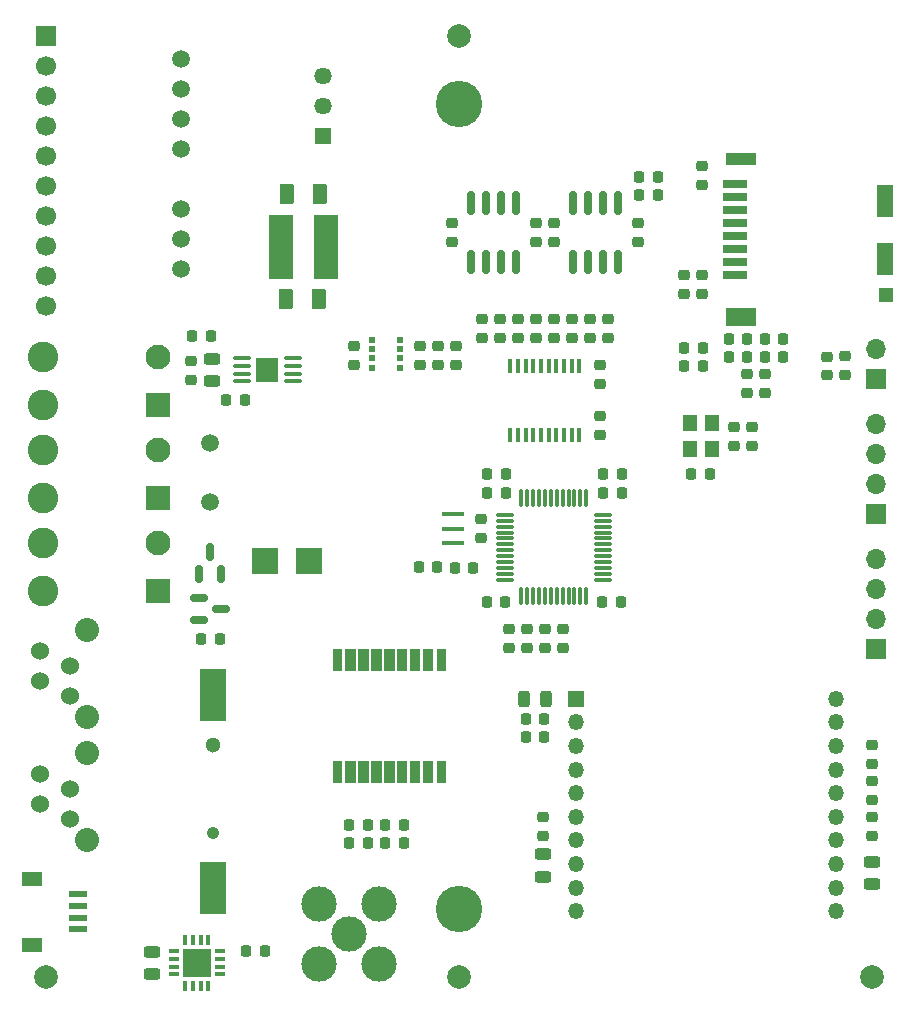
<source format=gbr>
%TF.GenerationSoftware,KiCad,Pcbnew,9.0.1*%
%TF.CreationDate,2025-06-11T13:29:21-05:00*%
%TF.ProjectId,Digital_PCB,44696769-7461-46c5-9f50-43422e6b6963,2.0*%
%TF.SameCoordinates,Original*%
%TF.FileFunction,Soldermask,Top*%
%TF.FilePolarity,Negative*%
%FSLAX46Y46*%
G04 Gerber Fmt 4.6, Leading zero omitted, Abs format (unit mm)*
G04 Created by KiCad (PCBNEW 9.0.1) date 2025-06-11 13:29:21*
%MOMM*%
%LPD*%
G01*
G04 APERTURE LIST*
G04 Aperture macros list*
%AMRoundRect*
0 Rectangle with rounded corners*
0 $1 Rounding radius*
0 $2 $3 $4 $5 $6 $7 $8 $9 X,Y pos of 4 corners*
0 Add a 4 corners polygon primitive as box body*
4,1,4,$2,$3,$4,$5,$6,$7,$8,$9,$2,$3,0*
0 Add four circle primitives for the rounded corners*
1,1,$1+$1,$2,$3*
1,1,$1+$1,$4,$5*
1,1,$1+$1,$6,$7*
1,1,$1+$1,$8,$9*
0 Add four rect primitives between the rounded corners*
20,1,$1+$1,$2,$3,$4,$5,0*
20,1,$1+$1,$4,$5,$6,$7,0*
20,1,$1+$1,$6,$7,$8,$9,0*
20,1,$1+$1,$8,$9,$2,$3,0*%
G04 Aperture macros list end*
%ADD10C,0.010000*%
%ADD11RoundRect,0.218750X0.256250X-0.218750X0.256250X0.218750X-0.256250X0.218750X-0.256250X-0.218750X0*%
%ADD12RoundRect,0.218750X-0.256250X0.218750X-0.256250X-0.218750X0.256250X-0.218750X0.256250X0.218750X0*%
%ADD13RoundRect,0.218750X-0.218750X-0.256250X0.218750X-0.256250X0.218750X0.256250X-0.218750X0.256250X0*%
%ADD14C,3.937000*%
%ADD15RoundRect,0.243750X0.456250X-0.243750X0.456250X0.243750X-0.456250X0.243750X-0.456250X-0.243750X0*%
%ADD16RoundRect,0.100000X-0.625000X-0.100000X0.625000X-0.100000X0.625000X0.100000X-0.625000X0.100000X0*%
%ADD17R,1.950000X2.150000*%
%ADD18C,1.500000*%
%ADD19RoundRect,0.218750X0.218750X0.256250X-0.218750X0.256250X-0.218750X-0.256250X0.218750X-0.256250X0*%
%ADD20RoundRect,0.250000X0.375000X0.625000X-0.375000X0.625000X-0.375000X-0.625000X0.375000X-0.625000X0*%
%ADD21R,1.800000X1.200000*%
%ADD22R,1.550000X0.600000*%
%ADD23RoundRect,0.150000X0.150000X-0.825000X0.150000X0.825000X-0.150000X0.825000X-0.150000X-0.825000X0*%
%ADD24R,1.700000X1.700000*%
%ADD25O,1.700000X1.700000*%
%ADD26R,0.304800X0.863600*%
%ADD27R,0.863600X0.304800*%
%ADD28R,2.438400X2.438400*%
%ADD29C,2.000000*%
%ADD30RoundRect,0.076200X-0.200000X-0.200000X0.200000X-0.200000X0.200000X0.200000X-0.200000X0.200000X0*%
%ADD31RoundRect,0.075000X-0.662500X-0.075000X0.662500X-0.075000X0.662500X0.075000X-0.662500X0.075000X0*%
%ADD32RoundRect,0.075000X-0.075000X-0.662500X0.075000X-0.662500X0.075000X0.662500X-0.075000X0.662500X0*%
%ADD33R,2.184400X2.184400*%
%ADD34C,1.700000*%
%ADD35R,2.000000X0.700000*%
%ADD36R,1.400000X2.700000*%
%ADD37R,2.600000X1.000000*%
%ADD38R,2.600000X1.500000*%
%ADD39R,1.200000X1.200000*%
%ADD40C,1.050000*%
%ADD41C,1.300000*%
%ADD42R,2.300000X4.500000*%
%ADD43RoundRect,0.150000X-0.587500X-0.150000X0.587500X-0.150000X0.587500X0.150000X-0.587500X0.150000X0*%
%ADD44C,2.600000*%
%ADD45RoundRect,0.249900X-0.800100X0.800100X-0.800100X-0.800100X0.800100X-0.800100X0.800100X0.800100X0*%
%ADD46C,2.100000*%
%ADD47R,2.150000X5.500000*%
%ADD48C,3.000000*%
%ADD49RoundRect,0.250000X-0.375000X-0.625000X0.375000X-0.625000X0.375000X0.625000X-0.375000X0.625000X0*%
%ADD50C,2.032000*%
%ADD51C,1.524000*%
%ADD52R,1.468000X1.468000*%
%ADD53C,1.468000*%
%ADD54R,1.900000X0.400000*%
%ADD55RoundRect,0.243750X0.243750X0.456250X-0.243750X0.456250X-0.243750X-0.456250X0.243750X-0.456250X0*%
%ADD56C,1.509000*%
%ADD57R,1.350000X1.350000*%
%ADD58O,1.350000X1.350000*%
%ADD59R,0.355600X1.308100*%
%ADD60R,1.193800X1.397000*%
%ADD61RoundRect,0.150000X0.150000X-0.587500X0.150000X0.587500X-0.150000X0.587500X-0.150000X-0.587500X0*%
G04 APERTURE END LIST*
D10*
%TO.C,U11*%
X135396000Y-113879000D02*
X134696000Y-113879000D01*
X134696000Y-112079000D01*
X135396000Y-112079000D01*
X135396000Y-113879000D01*
G36*
X135396000Y-113879000D02*
G01*
X134696000Y-113879000D01*
X134696000Y-112079000D01*
X135396000Y-112079000D01*
X135396000Y-113879000D01*
G37*
X135396000Y-123379000D02*
X134696000Y-123379000D01*
X134696000Y-121579000D01*
X135396000Y-121579000D01*
X135396000Y-123379000D01*
G36*
X135396000Y-123379000D02*
G01*
X134696000Y-123379000D01*
X134696000Y-121579000D01*
X135396000Y-121579000D01*
X135396000Y-123379000D01*
G37*
X136546000Y-113879000D02*
X135746000Y-113879000D01*
X135746000Y-112079000D01*
X136546000Y-112079000D01*
X136546000Y-113879000D01*
G36*
X136546000Y-113879000D02*
G01*
X135746000Y-113879000D01*
X135746000Y-112079000D01*
X136546000Y-112079000D01*
X136546000Y-113879000D01*
G37*
X136546000Y-123379000D02*
X135746000Y-123379000D01*
X135746000Y-121579000D01*
X136546000Y-121579000D01*
X136546000Y-123379000D01*
G36*
X136546000Y-123379000D02*
G01*
X135746000Y-123379000D01*
X135746000Y-121579000D01*
X136546000Y-121579000D01*
X136546000Y-123379000D01*
G37*
X137646000Y-113879000D02*
X136846000Y-113879000D01*
X136846000Y-112079000D01*
X137646000Y-112079000D01*
X137646000Y-113879000D01*
G36*
X137646000Y-113879000D02*
G01*
X136846000Y-113879000D01*
X136846000Y-112079000D01*
X137646000Y-112079000D01*
X137646000Y-113879000D01*
G37*
X137646000Y-123379000D02*
X136846000Y-123379000D01*
X136846000Y-121579000D01*
X137646000Y-121579000D01*
X137646000Y-123379000D01*
G36*
X137646000Y-123379000D02*
G01*
X136846000Y-123379000D01*
X136846000Y-121579000D01*
X137646000Y-121579000D01*
X137646000Y-123379000D01*
G37*
X138746000Y-113879000D02*
X137946000Y-113879000D01*
X137946000Y-112079000D01*
X138746000Y-112079000D01*
X138746000Y-113879000D01*
G36*
X138746000Y-113879000D02*
G01*
X137946000Y-113879000D01*
X137946000Y-112079000D01*
X138746000Y-112079000D01*
X138746000Y-113879000D01*
G37*
X138746000Y-123379000D02*
X137946000Y-123379000D01*
X137946000Y-121579000D01*
X138746000Y-121579000D01*
X138746000Y-123379000D01*
G36*
X138746000Y-123379000D02*
G01*
X137946000Y-123379000D01*
X137946000Y-121579000D01*
X138746000Y-121579000D01*
X138746000Y-123379000D01*
G37*
X139846000Y-113879000D02*
X139046000Y-113879000D01*
X139046000Y-112079000D01*
X139846000Y-112079000D01*
X139846000Y-113879000D01*
G36*
X139846000Y-113879000D02*
G01*
X139046000Y-113879000D01*
X139046000Y-112079000D01*
X139846000Y-112079000D01*
X139846000Y-113879000D01*
G37*
X139846000Y-123379000D02*
X139046000Y-123379000D01*
X139046000Y-121579000D01*
X139846000Y-121579000D01*
X139846000Y-123379000D01*
G36*
X139846000Y-123379000D02*
G01*
X139046000Y-123379000D01*
X139046000Y-121579000D01*
X139846000Y-121579000D01*
X139846000Y-123379000D01*
G37*
X140946000Y-113879000D02*
X140146000Y-113879000D01*
X140146000Y-112079000D01*
X140946000Y-112079000D01*
X140946000Y-113879000D01*
G36*
X140946000Y-113879000D02*
G01*
X140146000Y-113879000D01*
X140146000Y-112079000D01*
X140946000Y-112079000D01*
X140946000Y-113879000D01*
G37*
X140946000Y-123379000D02*
X140146000Y-123379000D01*
X140146000Y-121579000D01*
X140946000Y-121579000D01*
X140946000Y-123379000D01*
G36*
X140946000Y-123379000D02*
G01*
X140146000Y-123379000D01*
X140146000Y-121579000D01*
X140946000Y-121579000D01*
X140946000Y-123379000D01*
G37*
X142046000Y-113879000D02*
X141246000Y-113879000D01*
X141246000Y-112079000D01*
X142046000Y-112079000D01*
X142046000Y-113879000D01*
G36*
X142046000Y-113879000D02*
G01*
X141246000Y-113879000D01*
X141246000Y-112079000D01*
X142046000Y-112079000D01*
X142046000Y-113879000D01*
G37*
X142046000Y-123379000D02*
X141246000Y-123379000D01*
X141246000Y-121579000D01*
X142046000Y-121579000D01*
X142046000Y-123379000D01*
G36*
X142046000Y-123379000D02*
G01*
X141246000Y-123379000D01*
X141246000Y-121579000D01*
X142046000Y-121579000D01*
X142046000Y-123379000D01*
G37*
X143146000Y-113879000D02*
X142346000Y-113879000D01*
X142346000Y-112079000D01*
X143146000Y-112079000D01*
X143146000Y-113879000D01*
G36*
X143146000Y-113879000D02*
G01*
X142346000Y-113879000D01*
X142346000Y-112079000D01*
X143146000Y-112079000D01*
X143146000Y-113879000D01*
G37*
X143146000Y-123379000D02*
X142346000Y-123379000D01*
X142346000Y-121579000D01*
X143146000Y-121579000D01*
X143146000Y-123379000D01*
G36*
X143146000Y-123379000D02*
G01*
X142346000Y-123379000D01*
X142346000Y-121579000D01*
X143146000Y-121579000D01*
X143146000Y-123379000D01*
G37*
X144196000Y-113879000D02*
X143496000Y-113879000D01*
X143496000Y-112079000D01*
X144196000Y-112079000D01*
X144196000Y-113879000D01*
G36*
X144196000Y-113879000D02*
G01*
X143496000Y-113879000D01*
X143496000Y-112079000D01*
X144196000Y-112079000D01*
X144196000Y-113879000D01*
G37*
X144196000Y-123379000D02*
X143496000Y-123379000D01*
X143496000Y-121579000D01*
X144196000Y-121579000D01*
X144196000Y-123379000D01*
G36*
X144196000Y-123379000D02*
G01*
X143496000Y-123379000D01*
X143496000Y-121579000D01*
X144196000Y-121579000D01*
X144196000Y-123379000D01*
G37*
%TD*%
D11*
%TO.C,R26*%
X153416000Y-85750500D03*
X153416000Y-84175500D03*
%TD*%
D12*
%TO.C,R3*%
X145161000Y-86461500D03*
X145161000Y-88036500D03*
%TD*%
D13*
%TO.C,R8*%
X145028701Y-105219500D03*
X146603701Y-105219500D03*
%TD*%
D14*
%TO.C,H1*%
X145380000Y-134108000D03*
%TD*%
D11*
%TO.C,R32*%
X168656000Y-94894500D03*
X168656000Y-93319500D03*
%TD*%
D15*
%TO.C,C8*%
X124460000Y-89456500D03*
X124460000Y-87581500D03*
%TD*%
D11*
%TO.C,R29*%
X154940000Y-85750500D03*
X154940000Y-84175500D03*
%TD*%
D16*
%TO.C,U3*%
X127009000Y-87512000D03*
X127009000Y-88162000D03*
X127009000Y-88812000D03*
X127009000Y-89462000D03*
X131309000Y-89462000D03*
X131309000Y-88812000D03*
X131309000Y-88162000D03*
X131309000Y-87512000D03*
D17*
X129159000Y-88487000D03*
%TD*%
D15*
%TO.C,D3*%
X152527000Y-131391900D03*
X152527000Y-129516900D03*
%TD*%
D18*
%TO.C,F1*%
X124318000Y-94655000D03*
X124318000Y-99655000D03*
%TD*%
D19*
%TO.C,R22*%
X127279500Y-91059000D03*
X125704500Y-91059000D03*
%TD*%
D11*
%TO.C,R21*%
X122682000Y-89306500D03*
X122682000Y-87731500D03*
%TD*%
D20*
%TO.C,C6*%
X133523400Y-82505800D03*
X130723400Y-82505800D03*
%TD*%
D19*
%TO.C,C1*%
X159100501Y-108115100D03*
X157525501Y-108115100D03*
%TD*%
D11*
%TO.C,C16*%
X160528000Y-77622500D03*
X160528000Y-76047500D03*
%TD*%
D13*
%TO.C,R17*%
X171272000Y-85852000D03*
X172847000Y-85852000D03*
%TD*%
D19*
%TO.C,R12*%
X166014500Y-88138000D03*
X164439500Y-88138000D03*
%TD*%
D12*
%TO.C,C5*%
X178054000Y-87350500D03*
X178054000Y-88925500D03*
%TD*%
D21*
%TO.C,J4*%
X109275000Y-137166000D03*
X109275000Y-131566000D03*
D22*
X113150000Y-132866000D03*
X113150000Y-133866000D03*
X113150000Y-134866000D03*
X113150000Y-135866000D03*
%TD*%
D23*
%TO.C,U7*%
X146431000Y-79310000D03*
X147701000Y-79310000D03*
X148971000Y-79310000D03*
X150241000Y-79310000D03*
X150241000Y-74360000D03*
X148971000Y-74360000D03*
X147701000Y-74360000D03*
X146431000Y-74360000D03*
%TD*%
D24*
%TO.C,J8*%
X180721000Y-100711000D03*
D25*
X180721000Y-98171000D03*
X180721000Y-95631000D03*
X180721000Y-93091000D03*
%TD*%
D26*
%TO.C,U9*%
X122215001Y-140627100D03*
X122864999Y-140627100D03*
X123515001Y-140627100D03*
X124164999Y-140627100D03*
D27*
X125133100Y-139658999D03*
X125133100Y-139009001D03*
X125133100Y-138358999D03*
X125133100Y-137709001D03*
D26*
X124164999Y-136740900D03*
X123515001Y-136740900D03*
X122864999Y-136740900D03*
X122215001Y-136740900D03*
D27*
X121246900Y-137709001D03*
X121246900Y-138358999D03*
X121246900Y-139009001D03*
X121246900Y-139658999D03*
D28*
X123190000Y-138684000D03*
%TD*%
D19*
%TO.C,C11*%
X166649500Y-97282000D03*
X165074500Y-97282000D03*
%TD*%
D29*
%TO.C,FID4*%
X180338500Y-139863100D03*
%TD*%
D30*
%TO.C,U6*%
X140425000Y-85922000D03*
X140425000Y-86722000D03*
X140425000Y-87522000D03*
X140425000Y-88322000D03*
X138025000Y-88322000D03*
X138025000Y-87522000D03*
X138025000Y-86722000D03*
X138025000Y-85922000D03*
%TD*%
D31*
%TO.C,U1*%
X149253500Y-100755000D03*
X149253500Y-101255000D03*
X149253500Y-101755000D03*
X149253500Y-102255000D03*
X149253500Y-102755000D03*
X149253500Y-103255000D03*
X149253500Y-103755000D03*
X149253500Y-104255000D03*
X149253500Y-104755000D03*
X149253500Y-105255000D03*
X149253500Y-105755000D03*
X149253500Y-106255000D03*
D32*
X150666000Y-107667500D03*
X151166000Y-107667500D03*
X151666000Y-107667500D03*
X152166000Y-107667500D03*
X152666000Y-107667500D03*
X153166000Y-107667500D03*
X153666000Y-107667500D03*
X154166000Y-107667500D03*
X154666000Y-107667500D03*
X155166000Y-107667500D03*
X155666000Y-107667500D03*
X156166000Y-107667500D03*
D31*
X157578500Y-106255000D03*
X157578500Y-105755000D03*
X157578500Y-105255000D03*
X157578500Y-104755000D03*
X157578500Y-104255000D03*
X157578500Y-103755000D03*
X157578500Y-103255000D03*
X157578500Y-102755000D03*
X157578500Y-102255000D03*
X157578500Y-101755000D03*
X157578500Y-101255000D03*
X157578500Y-100755000D03*
D32*
X156166000Y-99342500D03*
X155666000Y-99342500D03*
X155166000Y-99342500D03*
X154666000Y-99342500D03*
X154166000Y-99342500D03*
X153666000Y-99342500D03*
X153166000Y-99342500D03*
X152666000Y-99342500D03*
X152166000Y-99342500D03*
X151666000Y-99342500D03*
X151166000Y-99342500D03*
X150666000Y-99342500D03*
%TD*%
D33*
%TO.C,D2*%
X128955800Y-104648000D03*
X132664200Y-104648000D03*
%TD*%
D24*
%TO.C,J2*%
X110420000Y-60198000D03*
D34*
X110420000Y-62738000D03*
X110420000Y-65278000D03*
X110420000Y-67818000D03*
X110420000Y-70358000D03*
X110420000Y-72898000D03*
X110420000Y-75438000D03*
X110420000Y-77978000D03*
X110420000Y-80518000D03*
X110420000Y-83058000D03*
%TD*%
D35*
%TO.C,J12*%
X168774250Y-80470000D03*
X168774250Y-79370000D03*
X168774250Y-78270000D03*
X168774250Y-77170000D03*
X168774250Y-76070000D03*
X168774250Y-74970000D03*
X168774250Y-73870000D03*
X168774250Y-72770000D03*
D36*
X181474250Y-79070000D03*
D37*
X169274250Y-70670000D03*
D38*
X169274250Y-84020000D03*
D36*
X181474250Y-74170000D03*
D39*
X181574250Y-82120000D03*
%TD*%
D12*
%TO.C,R33*%
X152527000Y-126339500D03*
X152527000Y-127914500D03*
%TD*%
%TO.C,C9*%
X157353000Y-88112500D03*
X157353000Y-89687500D03*
%TD*%
D40*
%TO.C,BT1*%
X124587000Y-127677000D03*
D41*
X124587000Y-120227000D03*
D42*
X124587000Y-115977000D03*
X124587000Y-132377000D03*
%TD*%
D43*
%TO.C,D1*%
X123395500Y-109662000D03*
X123395500Y-107762000D03*
X125270500Y-108712000D03*
%TD*%
D12*
%TO.C,R1*%
X147289401Y-101130000D03*
X147289401Y-102705000D03*
%TD*%
D11*
%TO.C,R6*%
X151150201Y-112001400D03*
X151150201Y-110426400D03*
%TD*%
D29*
%TO.C,FID1*%
X110425000Y-139863100D03*
%TD*%
D12*
%TO.C,C15*%
X153416000Y-76047500D03*
X153416000Y-77622500D03*
%TD*%
D13*
%TO.C,R20*%
X122783500Y-85598000D03*
X124358500Y-85598000D03*
%TD*%
%TO.C,C22*%
X127355500Y-137668000D03*
X128930500Y-137668000D03*
%TD*%
D12*
%TO.C,R2*%
X143637000Y-86461500D03*
X143637000Y-88036500D03*
%TD*%
%TO.C,R35*%
X180340000Y-123291500D03*
X180340000Y-124866500D03*
%TD*%
D11*
%TO.C,R4*%
X154198201Y-112001400D03*
X154198201Y-110426400D03*
%TD*%
%TO.C,R11*%
X171297500Y-90449500D03*
X171297500Y-88874500D03*
%TD*%
D19*
%TO.C,C25*%
X152628700Y-118057200D03*
X151053700Y-118057200D03*
%TD*%
D12*
%TO.C,R31*%
X170180000Y-93319500D03*
X170180000Y-94894500D03*
%TD*%
D19*
%TO.C,C26*%
X137693500Y-127000000D03*
X136118500Y-127000000D03*
%TD*%
D44*
%TO.C,J9*%
X110210000Y-95264000D03*
X110210000Y-99300000D03*
D45*
X119910000Y-99300000D03*
D46*
X119910000Y-95264000D03*
%TD*%
D44*
%TO.C,J10*%
X110210000Y-103138000D03*
X110210000Y-107174000D03*
D45*
X119910000Y-107174000D03*
D46*
X119910000Y-103138000D03*
%TD*%
D47*
%TO.C,L1*%
X134132000Y-78060800D03*
X130282000Y-78060800D03*
%TD*%
D15*
%TO.C,D4*%
X180340000Y-132001500D03*
X180340000Y-130126500D03*
%TD*%
D11*
%TO.C,R27*%
X151892000Y-85750500D03*
X151892000Y-84175500D03*
%TD*%
D48*
%TO.C,AE1*%
X136118600Y-136271000D03*
X133578600Y-133731000D03*
X138658600Y-133731000D03*
X138658600Y-138811000D03*
X133578600Y-138811000D03*
%TD*%
D11*
%TO.C,R16*%
X176571600Y-88928500D03*
X176571600Y-87353500D03*
%TD*%
%TO.C,R28*%
X156464000Y-85750500D03*
X156464000Y-84175500D03*
%TD*%
D49*
%TO.C,C7*%
X130807000Y-73615800D03*
X133607000Y-73615800D03*
%TD*%
D12*
%TO.C,R36*%
X180340000Y-126339500D03*
X180340000Y-127914500D03*
%TD*%
D19*
%TO.C,C24*%
X152628700Y-119581200D03*
X151053700Y-119581200D03*
%TD*%
D11*
%TO.C,R5*%
X152674201Y-112001400D03*
X152674201Y-110426400D03*
%TD*%
%TO.C,C18*%
X151892000Y-77622500D03*
X151892000Y-76047500D03*
%TD*%
D12*
%TO.C,C29*%
X164465000Y-80492500D03*
X164465000Y-82067500D03*
%TD*%
D14*
%TO.C,H2*%
X145380000Y-65958000D03*
%TD*%
D50*
%TO.C,J5*%
X113919000Y-110500546D03*
X113919000Y-117910546D03*
D51*
X112445800Y-116113946D03*
X109905800Y-114843946D03*
X112445800Y-113573946D03*
X109905800Y-112303946D03*
%TD*%
D19*
%TO.C,C12*%
X149352000Y-97282000D03*
X147777000Y-97282000D03*
%TD*%
D24*
%TO.C,J7*%
X180721000Y-89286000D03*
D25*
X180721000Y-86746000D03*
%TD*%
D52*
%TO.C,PS1*%
X133857000Y-68707000D03*
D53*
X133857000Y-66167000D03*
X133857000Y-63627000D03*
%TD*%
D11*
%TO.C,C13*%
X136525000Y-88036500D03*
X136525000Y-86461500D03*
%TD*%
D12*
%TO.C,C14*%
X142113000Y-86461500D03*
X142113000Y-88036500D03*
%TD*%
D29*
%TO.C,FID3*%
X145372300Y-60196000D03*
%TD*%
D19*
%TO.C,R18*%
X172847000Y-87376000D03*
X171272000Y-87376000D03*
%TD*%
D13*
%TO.C,R37*%
X139166500Y-128524000D03*
X140741500Y-128524000D03*
%TD*%
D11*
%TO.C,R24*%
X150368000Y-85750500D03*
X150368000Y-84175500D03*
%TD*%
D23*
%TO.C,U8*%
X155067000Y-79310000D03*
X156337000Y-79310000D03*
X157607000Y-79310000D03*
X158877000Y-79310000D03*
X158877000Y-74360000D03*
X157607000Y-74360000D03*
X156337000Y-74360000D03*
X155067000Y-74360000D03*
%TD*%
D19*
%TO.C,R9*%
X166014500Y-86614000D03*
X164439500Y-86614000D03*
%TD*%
D11*
%TO.C,R30*%
X157988000Y-85750500D03*
X157988000Y-84175500D03*
%TD*%
D19*
%TO.C,C2*%
X159151301Y-98869500D03*
X157576301Y-98869500D03*
%TD*%
D54*
%TO.C,Y1*%
X144851001Y-100717500D03*
X144851001Y-101917500D03*
X144851001Y-103117500D03*
%TD*%
D55*
%TO.C,C23*%
X152778700Y-116330000D03*
X150903700Y-116330000D03*
%TD*%
D56*
%TO.C,U2*%
X121864400Y-79965800D03*
X121864400Y-77425800D03*
X121864400Y-74885800D03*
X121864400Y-69805800D03*
X121864400Y-67265800D03*
X121864400Y-64725800D03*
X121864400Y-62185800D03*
%TD*%
D44*
%TO.C,J1*%
X110210000Y-87390000D03*
X110210000Y-91426000D03*
D45*
X119910000Y-91426000D03*
D46*
X119910000Y-87390000D03*
%TD*%
D57*
%TO.C,U10*%
X155305000Y-116330000D03*
D58*
X155305000Y-118330000D03*
X155305000Y-120330000D03*
X155305000Y-122330000D03*
X155305000Y-124330000D03*
X155305000Y-126330000D03*
X155305000Y-128330000D03*
X155305000Y-130330000D03*
X155305000Y-132330000D03*
X155305000Y-134330000D03*
X177305000Y-134330000D03*
X177305000Y-132330000D03*
X177305000Y-130330000D03*
X177305000Y-128330000D03*
X177305000Y-126330000D03*
X177305000Y-124330000D03*
X177305000Y-122330000D03*
X177305000Y-120330000D03*
X177305000Y-118330000D03*
X177305000Y-116330000D03*
%TD*%
D24*
%TO.C,J6*%
X180721000Y-112141000D03*
D25*
X180721000Y-109601000D03*
X180721000Y-107061000D03*
X180721000Y-104521000D03*
%TD*%
D13*
%TO.C,C3*%
X147746501Y-108115100D03*
X149321501Y-108115100D03*
%TD*%
%TO.C,L2*%
X136118500Y-128524000D03*
X137693500Y-128524000D03*
%TD*%
D12*
%TO.C,C17*%
X144780000Y-76047500D03*
X144780000Y-77622500D03*
%TD*%
D19*
%TO.C,R15*%
X159156500Y-97282000D03*
X157581500Y-97282000D03*
%TD*%
D15*
%TO.C,C19*%
X119380000Y-139621500D03*
X119380000Y-137746500D03*
%TD*%
D11*
%TO.C,R7*%
X149626201Y-112001400D03*
X149626201Y-110426400D03*
%TD*%
D12*
%TO.C,R38*%
X165989000Y-71221500D03*
X165989000Y-72796500D03*
%TD*%
D13*
%TO.C,R34*%
X141988208Y-105211238D03*
X143563208Y-105211238D03*
%TD*%
%TO.C,R19*%
X123545500Y-111252000D03*
X125120500Y-111252000D03*
%TD*%
D12*
%TO.C,C27*%
X180340000Y-120243500D03*
X180340000Y-121818500D03*
%TD*%
D59*
%TO.C,U4*%
X155579000Y-88157050D03*
X154928999Y-88157050D03*
X154279001Y-88157050D03*
X153628999Y-88157050D03*
X152979001Y-88157050D03*
X152329002Y-88157050D03*
X151679001Y-88157050D03*
X151029002Y-88157050D03*
X150379001Y-88157050D03*
X149729002Y-88157050D03*
X149729000Y-93960950D03*
X150378998Y-93960950D03*
X151028999Y-93960950D03*
X151678998Y-93960950D03*
X152328999Y-93960950D03*
X152978998Y-93960950D03*
X153628999Y-93960950D03*
X154278998Y-93960950D03*
X154928999Y-93960950D03*
X155578998Y-93960950D03*
%TD*%
D60*
%TO.C,U5*%
X166812001Y-95207000D03*
X166812001Y-93007000D03*
X164911999Y-93007000D03*
X164911999Y-95207000D03*
%TD*%
D13*
%TO.C,C20*%
X160629500Y-72136000D03*
X162204500Y-72136000D03*
%TD*%
D11*
%TO.C,R25*%
X148844000Y-85750500D03*
X148844000Y-84175500D03*
%TD*%
D29*
%TO.C,FID2*%
X145385000Y-139863100D03*
%TD*%
D11*
%TO.C,R10*%
X169773500Y-90449500D03*
X169773500Y-88874500D03*
%TD*%
D19*
%TO.C,R13*%
X169799000Y-85852000D03*
X168224000Y-85852000D03*
%TD*%
D11*
%TO.C,C10*%
X157353000Y-93980000D03*
X157353000Y-92405000D03*
%TD*%
%TO.C,R39*%
X165989000Y-82067500D03*
X165989000Y-80492500D03*
%TD*%
D13*
%TO.C,C4*%
X147771901Y-98869500D03*
X149346901Y-98869500D03*
%TD*%
%TO.C,C28*%
X139166500Y-127000000D03*
X140741500Y-127000000D03*
%TD*%
%TO.C,R14*%
X168224000Y-87376000D03*
X169799000Y-87376000D03*
%TD*%
D11*
%TO.C,R23*%
X147320000Y-85750500D03*
X147320000Y-84175500D03*
%TD*%
D50*
%TO.C,J3*%
X113919000Y-120914546D03*
X113919000Y-128324546D03*
D51*
X112445800Y-126527946D03*
X109905800Y-125257946D03*
X112445800Y-123987946D03*
X109905800Y-122717946D03*
%TD*%
D61*
%TO.C,Q1*%
X123383000Y-105760500D03*
X125283000Y-105760500D03*
X124333000Y-103885500D03*
%TD*%
D13*
%TO.C,C21*%
X160629500Y-73660000D03*
X162204500Y-73660000D03*
%TD*%
M02*

</source>
